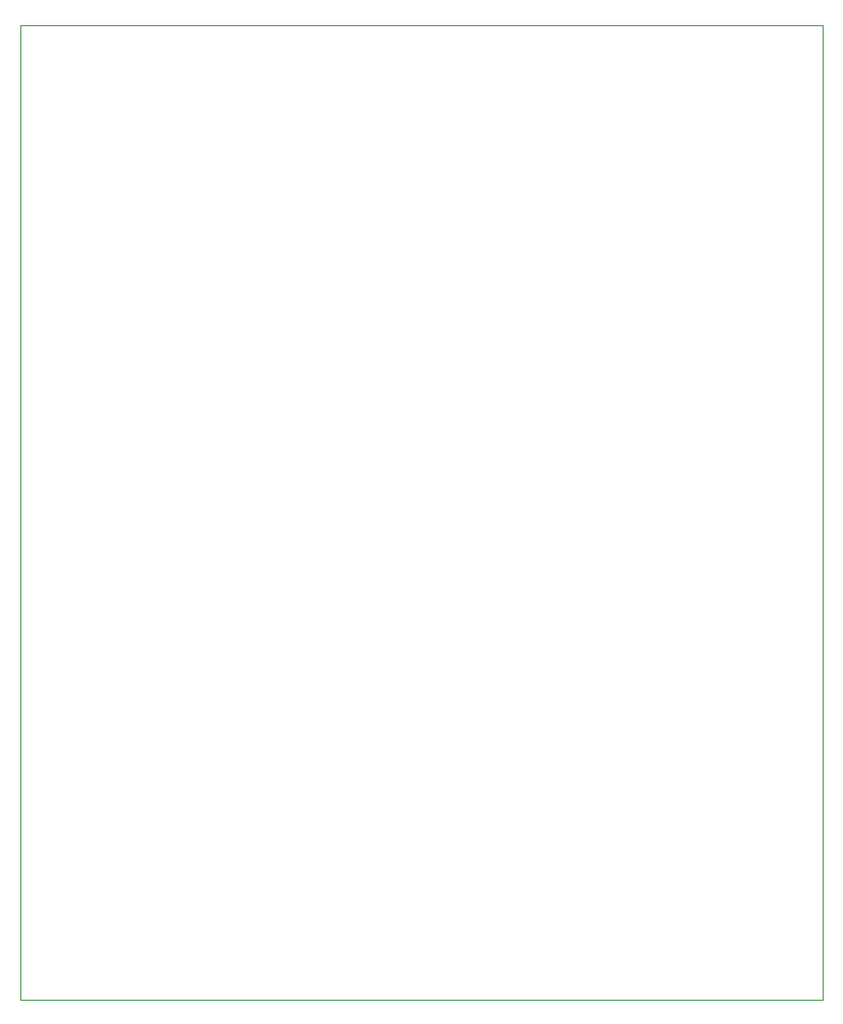
<source format=gbr>
%TF.GenerationSoftware,KiCad,Pcbnew,8.0.4*%
%TF.CreationDate,2025-03-05T00:33:19-06:00*%
%TF.ProjectId,hand_pcb,68616e64-5f70-4636-922e-6b696361645f,rev?*%
%TF.SameCoordinates,Original*%
%TF.FileFunction,Profile,NP*%
%FSLAX46Y46*%
G04 Gerber Fmt 4.6, Leading zero omitted, Abs format (unit mm)*
G04 Created by KiCad (PCBNEW 8.0.4) date 2025-03-05 00:33:19*
%MOMM*%
%LPD*%
G01*
G04 APERTURE LIST*
%TA.AperFunction,Profile*%
%ADD10C,0.050000*%
%TD*%
G04 APERTURE END LIST*
D10*
X147000000Y-35000000D02*
X217000000Y-35000000D01*
X217000000Y-120000000D01*
X147000000Y-120000000D01*
X147000000Y-35000000D01*
M02*

</source>
